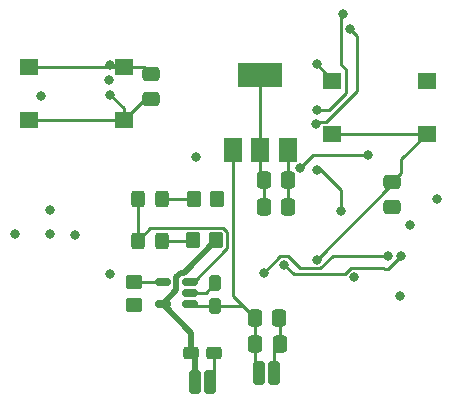
<source format=gbr>
%TF.GenerationSoftware,KiCad,Pcbnew,7.0.5*%
%TF.CreationDate,2024-06-09T19:34:57+01:00*%
%TF.ProjectId,smartwatch,736d6172-7477-4617-9463-682e6b696361,rev?*%
%TF.SameCoordinates,Original*%
%TF.FileFunction,Copper,L4,Bot*%
%TF.FilePolarity,Positive*%
%FSLAX46Y46*%
G04 Gerber Fmt 4.6, Leading zero omitted, Abs format (unit mm)*
G04 Created by KiCad (PCBNEW 7.0.5) date 2024-06-09 19:34:57*
%MOMM*%
%LPD*%
G01*
G04 APERTURE LIST*
G04 Aperture macros list*
%AMRoundRect*
0 Rectangle with rounded corners*
0 $1 Rounding radius*
0 $2 $3 $4 $5 $6 $7 $8 $9 X,Y pos of 4 corners*
0 Add a 4 corners polygon primitive as box body*
4,1,4,$2,$3,$4,$5,$6,$7,$8,$9,$2,$3,0*
0 Add four circle primitives for the rounded corners*
1,1,$1+$1,$2,$3*
1,1,$1+$1,$4,$5*
1,1,$1+$1,$6,$7*
1,1,$1+$1,$8,$9*
0 Add four rect primitives between the rounded corners*
20,1,$1+$1,$2,$3,$4,$5,0*
20,1,$1+$1,$4,$5,$6,$7,0*
20,1,$1+$1,$6,$7,$8,$9,0*
20,1,$1+$1,$8,$9,$2,$3,0*%
G04 Aperture macros list end*
%TA.AperFunction,SMDPad,CuDef*%
%ADD10R,1.500000X2.000000*%
%TD*%
%TA.AperFunction,SMDPad,CuDef*%
%ADD11R,3.800000X2.000000*%
%TD*%
%TA.AperFunction,SMDPad,CuDef*%
%ADD12RoundRect,0.250000X-0.450000X0.350000X-0.450000X-0.350000X0.450000X-0.350000X0.450000X0.350000X0*%
%TD*%
%TA.AperFunction,SMDPad,CuDef*%
%ADD13RoundRect,0.250000X-0.350000X-0.450000X0.350000X-0.450000X0.350000X0.450000X-0.350000X0.450000X0*%
%TD*%
%TA.AperFunction,SMDPad,CuDef*%
%ADD14RoundRect,0.150000X0.512500X0.150000X-0.512500X0.150000X-0.512500X-0.150000X0.512500X-0.150000X0*%
%TD*%
%TA.AperFunction,SMDPad,CuDef*%
%ADD15R,1.600000X1.400000*%
%TD*%
%TA.AperFunction,SMDPad,CuDef*%
%ADD16RoundRect,0.250000X0.275000X-0.400000X0.275000X0.400000X-0.275000X0.400000X-0.275000X-0.400000X0*%
%TD*%
%TA.AperFunction,SMDPad,CuDef*%
%ADD17RoundRect,0.250000X0.337500X0.475000X-0.337500X0.475000X-0.337500X-0.475000X0.337500X-0.475000X0*%
%TD*%
%TA.AperFunction,SMDPad,CuDef*%
%ADD18RoundRect,0.250000X-0.475000X0.337500X-0.475000X-0.337500X0.475000X-0.337500X0.475000X0.337500X0*%
%TD*%
%TA.AperFunction,SMDPad,CuDef*%
%ADD19RoundRect,0.250000X0.325000X0.450000X-0.325000X0.450000X-0.325000X-0.450000X0.325000X-0.450000X0*%
%TD*%
%TA.AperFunction,SMDPad,CuDef*%
%ADD20RoundRect,0.250000X0.350000X0.450000X-0.350000X0.450000X-0.350000X-0.450000X0.350000X-0.450000X0*%
%TD*%
%TA.AperFunction,SMDPad,CuDef*%
%ADD21RoundRect,0.250000X-0.325000X-0.450000X0.325000X-0.450000X0.325000X0.450000X-0.325000X0.450000X0*%
%TD*%
%TA.AperFunction,SMDPad,CuDef*%
%ADD22RoundRect,0.250000X0.475000X-0.337500X0.475000X0.337500X-0.475000X0.337500X-0.475000X-0.337500X0*%
%TD*%
%TA.AperFunction,SMDPad,CuDef*%
%ADD23RoundRect,0.250000X-0.400000X-0.275000X0.400000X-0.275000X0.400000X0.275000X-0.400000X0.275000X0*%
%TD*%
%TA.AperFunction,SMDPad,CuDef*%
%ADD24RoundRect,0.250000X0.250000X0.750000X-0.250000X0.750000X-0.250000X-0.750000X0.250000X-0.750000X0*%
%TD*%
%TA.AperFunction,ViaPad*%
%ADD25C,0.800000*%
%TD*%
%TA.AperFunction,Conductor*%
%ADD26C,0.250000*%
%TD*%
%TA.AperFunction,Conductor*%
%ADD27C,0.500000*%
%TD*%
G04 APERTURE END LIST*
D10*
%TO.P,U4,1,GND*%
%TO.N,DC_GND*%
X50890000Y-41180000D03*
%TO.P,U4,2,VO*%
%TO.N,3V3*%
X48590000Y-41180000D03*
D11*
X48590000Y-34880000D03*
D10*
%TO.P,U4,3,VI*%
%TO.N,BAT_VDD*%
X46290000Y-41180000D03*
%TD*%
D12*
%TO.P,R1,1*%
%TO.N,Net-(U2-PROG)*%
X37912500Y-52350000D03*
%TO.P,R1,2*%
%TO.N,DC_GND*%
X37912500Y-54350000D03*
%TD*%
D13*
%TO.P,R3,2*%
%TO.N,DC_GND*%
X44937500Y-45360000D03*
%TO.P,R3,1*%
%TO.N,Net-(GREEN1-K)*%
X42937500Y-45360000D03*
%TD*%
D14*
%TO.P,U2,1,STAT*%
%TO.N,MCP_1*%
X42587500Y-52350000D03*
%TO.P,U2,2,V_{SS}*%
%TO.N,DC_GND*%
X42587500Y-53300000D03*
%TO.P,U2,3,V_{BAT}*%
%TO.N,BAT_VDD*%
X42587500Y-54250000D03*
%TO.P,U2,4,V_{DD}*%
%TO.N,DC_5V_IN*%
X40312500Y-54250000D03*
%TO.P,U2,5,PROG*%
%TO.N,Net-(U2-PROG)*%
X40312500Y-52350000D03*
%TD*%
D15*
%TO.P,BOOT/FLASH1,1,1*%
%TO.N,IO0*%
X54660000Y-39850000D03*
X62660000Y-39850000D03*
%TO.P,BOOT/FLASH1,2,2*%
%TO.N,DC_GND*%
X54660000Y-35350000D03*
X62660000Y-35350000D03*
%TD*%
D16*
%TO.P,C11,1*%
%TO.N,BAT_VDD*%
X44782500Y-54410000D03*
%TO.P,C11,2*%
%TO.N,DC_GND*%
X44782500Y-52460000D03*
%TD*%
D17*
%TO.P,C1,1*%
%TO.N,DC_GND*%
X50205000Y-57660000D03*
%TO.P,C1,2*%
%TO.N,BAT_VDD*%
X48130000Y-57660000D03*
%TD*%
D18*
%TO.P,C10,1*%
%TO.N,DC_GND*%
X39300000Y-34800000D03*
%TO.P,C10,2*%
%TO.N,EN*%
X39300000Y-36875000D03*
%TD*%
D17*
%TO.P,C3,1*%
%TO.N,DC_GND*%
X50927500Y-45990000D03*
%TO.P,C3,2*%
%TO.N,3V3*%
X48852500Y-45990000D03*
%TD*%
D19*
%TO.P,GREEN1,2,A*%
%TO.N,MCP_1*%
X38227500Y-45390000D03*
%TO.P,GREEN1,1,K*%
%TO.N,Net-(GREEN1-K)*%
X40277500Y-45390000D03*
%TD*%
D15*
%TO.P,RST1,1,1*%
%TO.N,EN*%
X29020000Y-38700000D03*
X37020000Y-38700000D03*
%TO.P,RST1,2,2*%
%TO.N,DC_GND*%
X29020000Y-34200000D03*
X37020000Y-34200000D03*
%TD*%
D17*
%TO.P,C4,1*%
%TO.N,DC_GND*%
X50945000Y-43750000D03*
%TO.P,C4,2*%
%TO.N,3V3*%
X48870000Y-43750000D03*
%TD*%
D20*
%TO.P,R2,2*%
%TO.N,Net-(RED1-A)*%
X42867500Y-48840000D03*
%TO.P,R2,1*%
%TO.N,DC_5V_IN*%
X44867500Y-48840000D03*
%TD*%
D21*
%TO.P,RED1,2,A*%
%TO.N,Net-(RED1-A)*%
X40242500Y-48870000D03*
%TO.P,RED1,1,K*%
%TO.N,MCP_1*%
X38192500Y-48870000D03*
%TD*%
D17*
%TO.P,C2,1*%
%TO.N,DC_GND*%
X50175000Y-55410000D03*
%TO.P,C2,2*%
%TO.N,BAT_VDD*%
X48100000Y-55410000D03*
%TD*%
D22*
%TO.P,C9,2*%
%TO.N,IO0*%
X59740000Y-43922500D03*
%TO.P,C9,1*%
%TO.N,DC_GND*%
X59740000Y-45997500D03*
%TD*%
D23*
%TO.P,C12,1*%
%TO.N,DC_5V_IN*%
X42745000Y-58420000D03*
%TO.P,C12,2*%
%TO.N,DC_GND*%
X44695000Y-58420000D03*
%TD*%
D24*
%TO.P,J1,2,Pin_2*%
%TO.N,BAT_VDD*%
X48440000Y-60110000D03*
%TO.P,J1,1,Pin_1*%
%TO.N,DC_GND*%
X49700000Y-60110000D03*
%TD*%
%TO.P,J2,1,Pin_1*%
%TO.N,DC_GND*%
X44345000Y-60810000D03*
%TO.P,J2,2,Pin_2*%
%TO.N,DC_5V_IN*%
X43085000Y-60810000D03*
%TD*%
D25*
%TO.N,TOUCH_RST*%
X48850000Y-51650000D03*
X59400000Y-50150000D03*
%TO.N,TOUCH_IRQ*%
X50600000Y-50900000D03*
X60450000Y-50200000D03*
%TO.N,SCR_MISO*%
X51929704Y-42724746D03*
X57700000Y-41650000D03*
%TO.N,TX*%
X53370000Y-37780000D03*
X55550000Y-29700000D03*
%TO.N,RX*%
X53272606Y-39030124D03*
X56150000Y-30950000D03*
%TO.N,DC_GND*%
X62750000Y-35300000D03*
%TO.N,SCR_DC*%
X53370000Y-42860000D03*
X55400000Y-46400000D03*
%TO.N,IO0*%
X53370000Y-50480000D03*
%TO.N,EN*%
X35870000Y-36510000D03*
%TO.N,DC_GND*%
X44950000Y-45350000D03*
X37900000Y-54400000D03*
X44782500Y-52460000D03*
X44695000Y-58420000D03*
X50205000Y-55440000D03*
X35870000Y-33970000D03*
X59700000Y-46000000D03*
X50927500Y-45990000D03*
X63500000Y-45390000D03*
X53350000Y-33950000D03*
X35850000Y-51700000D03*
X43120000Y-41765000D03*
X30000000Y-36620000D03*
X32930000Y-48387500D03*
X30750000Y-48350000D03*
X27850000Y-48350000D03*
X60430000Y-53565000D03*
%TO.N,3V3*%
X56520000Y-51945000D03*
X61250000Y-47550000D03*
X48600000Y-34850000D03*
X35776405Y-35303268D03*
X30730000Y-46300000D03*
%TD*%
D26*
%TO.N,TOUCH_RST*%
X48850000Y-51600000D02*
X48850000Y-51650000D01*
X50925000Y-50175000D02*
X50275000Y-50175000D01*
X50275000Y-50175000D02*
X48850000Y-51600000D01*
X51955000Y-51205000D02*
X50925000Y-50175000D01*
X53670305Y-51205000D02*
X51955000Y-51205000D01*
X54725305Y-50150000D02*
X53670305Y-51205000D01*
X59400000Y-50150000D02*
X54725305Y-50150000D01*
%TO.N,TOUCH_IRQ*%
X51400000Y-51700000D02*
X50600000Y-50900000D01*
X56219695Y-51220000D02*
X55739695Y-51700000D01*
X55739695Y-51700000D02*
X51400000Y-51700000D01*
X59020000Y-51220000D02*
X56219695Y-51220000D01*
X59050000Y-51250000D02*
X59020000Y-51220000D01*
X59400000Y-51250000D02*
X59050000Y-51250000D01*
X60450000Y-50200000D02*
X59400000Y-51250000D01*
%TO.N,RX*%
X53535000Y-39030124D02*
X53272606Y-39030124D01*
X56750000Y-36200000D02*
X54125000Y-38825000D01*
X56750000Y-31550000D02*
X56750000Y-36200000D01*
X56150000Y-30950000D02*
X56750000Y-31550000D01*
X54125000Y-38825000D02*
X53535000Y-38825000D01*
X53535000Y-38825000D02*
X53535000Y-39030124D01*
%TO.N,SCR_MISO*%
X57700000Y-41650000D02*
X53004450Y-41650000D01*
X53004450Y-41650000D02*
X51929704Y-42724746D01*
%TO.N,TX*%
X54380000Y-37780000D02*
X53370000Y-37780000D01*
X55800000Y-36360000D02*
X54380000Y-37780000D01*
X55425000Y-33965000D02*
X55800000Y-34340000D01*
X55425000Y-29825000D02*
X55425000Y-33965000D01*
X55800000Y-34340000D02*
X55800000Y-36360000D01*
X55550000Y-29700000D02*
X55425000Y-29825000D01*
%TO.N,DC_GND*%
X62700000Y-35350000D02*
X62750000Y-35300000D01*
X62660000Y-35350000D02*
X62700000Y-35350000D01*
%TO.N,Net-(U2-PROG)*%
X37912500Y-52350000D02*
X40312500Y-52350000D01*
%TO.N,SCR_DC*%
X53650000Y-42850000D02*
X53380000Y-42850000D01*
X53380000Y-42850000D02*
X53370000Y-42860000D01*
X55400000Y-46400000D02*
X55400000Y-44600000D01*
X55400000Y-44600000D02*
X53650000Y-42850000D01*
%TO.N,MCP_1*%
X45792500Y-49528173D02*
X42970673Y-52350000D01*
X45792500Y-48151827D02*
X45792500Y-49528173D01*
X42970673Y-52350000D02*
X42587500Y-52350000D01*
X45455673Y-47815000D02*
X45792500Y-48151827D01*
X39247500Y-47815000D02*
X45455673Y-47815000D01*
X38192500Y-48870000D02*
X39247500Y-47815000D01*
X38227500Y-48835000D02*
X38192500Y-48870000D01*
X38227500Y-45390000D02*
X38227500Y-48835000D01*
%TO.N,Net-(RED1-A)*%
X42837500Y-48870000D02*
X42867500Y-48840000D01*
X40242500Y-48870000D02*
X42837500Y-48870000D01*
%TO.N,Net-(GREEN1-K)*%
X42907500Y-45390000D02*
X42937500Y-45360000D01*
X40277500Y-45390000D02*
X42907500Y-45390000D01*
%TO.N,IO0*%
X59740000Y-44110000D02*
X53370000Y-50480000D01*
X59740000Y-43922500D02*
X59740000Y-44110000D01*
X60525000Y-41985000D02*
X60525000Y-43137500D01*
X62660000Y-39850000D02*
X60525000Y-41985000D01*
X60525000Y-43137500D02*
X59740000Y-43922500D01*
%TO.N,EN*%
X37020000Y-37660000D02*
X35870000Y-36510000D01*
X37020000Y-38700000D02*
X37020000Y-37660000D01*
X29020000Y-38700000D02*
X37020000Y-38700000D01*
X38845000Y-36875000D02*
X37020000Y-38700000D01*
X39300000Y-36875000D02*
X38845000Y-36875000D01*
%TO.N,BAT_VDD*%
X46290000Y-53600000D02*
X48100000Y-55410000D01*
X46290000Y-41180000D02*
X46290000Y-53600000D01*
X42747500Y-54410000D02*
X42587500Y-54250000D01*
X44782500Y-54410000D02*
X42747500Y-54410000D01*
X48130000Y-59800000D02*
X48440000Y-60110000D01*
X48130000Y-57660000D02*
X48130000Y-59800000D01*
X48100000Y-55410000D02*
X48100000Y-57630000D01*
X48100000Y-57630000D02*
X48130000Y-57660000D01*
X44782500Y-54410000D02*
X47100000Y-54410000D01*
X47100000Y-54410000D02*
X48100000Y-55410000D01*
D27*
%TO.N,DC_5V_IN*%
X41826472Y-51600000D02*
X42107500Y-51600000D01*
X41475000Y-51951472D02*
X41826472Y-51600000D01*
X42107500Y-51600000D02*
X44867500Y-48840000D01*
X41475000Y-53087500D02*
X41475000Y-51951472D01*
X40312500Y-54250000D02*
X41475000Y-53087500D01*
X42745000Y-58420000D02*
X42745000Y-56682500D01*
X42745000Y-56682500D02*
X40312500Y-54250000D01*
X43085000Y-60810000D02*
X43085000Y-58760000D01*
X43085000Y-58760000D02*
X42745000Y-58420000D01*
D26*
%TO.N,DC_GND*%
X44940000Y-45360000D02*
X44950000Y-45350000D01*
X44937500Y-45360000D02*
X44940000Y-45360000D01*
X37912500Y-54387500D02*
X37900000Y-54400000D01*
X37912500Y-54350000D02*
X37912500Y-54387500D01*
X43942500Y-53300000D02*
X42587500Y-53300000D01*
X44782500Y-52460000D02*
X43942500Y-53300000D01*
X44695000Y-60460000D02*
X44345000Y-60810000D01*
X44695000Y-58420000D02*
X44695000Y-60460000D01*
X50175000Y-55410000D02*
X50205000Y-55440000D01*
X50205000Y-57660000D02*
X50205000Y-55440000D01*
X49700000Y-58165000D02*
X50205000Y-57660000D01*
X49700000Y-60110000D02*
X49700000Y-58165000D01*
%TO.N,IO0*%
X62660000Y-39850000D02*
X54660000Y-39850000D01*
%TO.N,DC_GND*%
X36100000Y-34200000D02*
X35870000Y-33970000D01*
X37020000Y-34200000D02*
X36100000Y-34200000D01*
X38700000Y-34200000D02*
X37020000Y-34200000D01*
X39300000Y-34800000D02*
X38700000Y-34200000D01*
X37020000Y-34200000D02*
X29020000Y-34200000D01*
X59702500Y-45997500D02*
X59700000Y-46000000D01*
X59740000Y-45997500D02*
X59702500Y-45997500D01*
X50945000Y-45972500D02*
X50927500Y-45990000D01*
X50945000Y-43750000D02*
X50945000Y-45972500D01*
X50890000Y-43695000D02*
X50945000Y-43750000D01*
X50890000Y-41180000D02*
X50890000Y-43695000D01*
X54660000Y-35260000D02*
X53350000Y-33950000D01*
X54660000Y-35350000D02*
X54660000Y-35260000D01*
%TO.N,3V3*%
X48590000Y-43470000D02*
X48870000Y-43750000D01*
X48590000Y-41180000D02*
X48590000Y-43470000D01*
X48852500Y-43767500D02*
X48870000Y-43750000D01*
X48852500Y-45990000D02*
X48852500Y-43767500D01*
X48590000Y-41180000D02*
X48590000Y-34880000D01*
X48590000Y-34860000D02*
X48600000Y-34850000D01*
X48590000Y-34880000D02*
X48590000Y-34860000D01*
%TD*%
M02*

</source>
